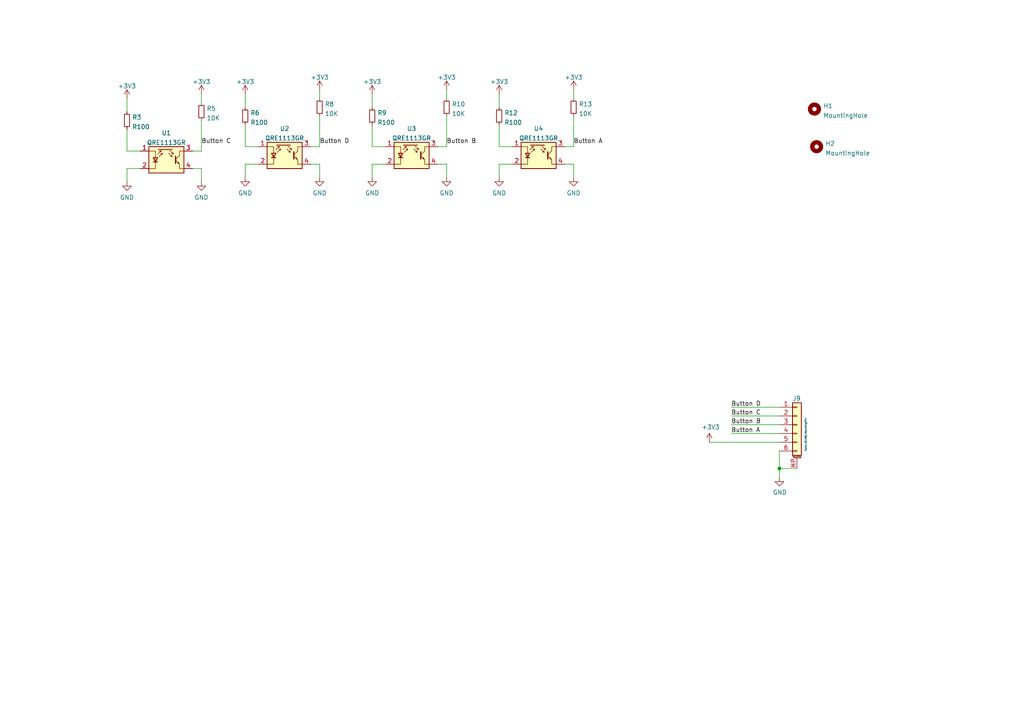
<source format=kicad_sch>
(kicad_sch (version 20211123) (generator eeschema)
  (paper "A4")
  (lib_symbols
    (symbol "Connector_Generic_MountingPin:Conn_01x06_MountingPin" (pin_names (offset 1.016) hide)
      (property "Reference" "J" (at 0 7.62 0))
      (property "Value" "Conn_01x06_MountingPin" (at 1.27 -10.16 0))
      (symbol "Conn_01x06_MountingPin_1_1"
        (rectangle (start -1.27 -7.493) (end 0 -7.747) (stroke (width 0.1524)))
        (rectangle (start -1.27 -4.953) (end 0 -5.207) (stroke (width 0.1524)))
        (rectangle (start -1.27 -2.413) (end 0 -2.667) (stroke (width 0.1524)))
        (rectangle (start -1.27 0.127) (end 0 -0.127) (stroke (width 0.1524)))
        (rectangle (start -1.27 2.667) (end 0 2.413) (stroke (width 0.1524)))
        (rectangle (start -1.27 5.207) (end 0 4.953) (stroke (width 0.1524)))
        (rectangle (start -1.27 6.35) (end 1.27 -8.89) (stroke (width 0.254)) (fill (type background)))
        (polyline (pts (xy -1.016 -9.652) (xy 1.016 -9.652)) (stroke (width 0.1524)))
        (text "Mounting" (at 0 -9.271 0) (effects (font (size 0.381 0.381))))
        (pin passive line (at -5.08 5.08 0) (length 3.81) (name "Pin_1") (number "1"))
        (pin passive line (at -5.08 2.54 0) (length 3.81) (name "Pin_2") (number "2"))
        (pin passive line (at -5.08 0 0) (length 3.81) (name "Pin_3") (number "3"))
        (pin passive line (at -5.08 -2.54 0) (length 3.81) (name "Pin_4") (number "4"))
        (pin passive line (at -5.08 -5.08 0) (length 3.81) (name "Pin_5") (number "5"))
        (pin passive line (at -5.08 -7.62 0) (length 3.81) (name "Pin_6") (number "6"))
        (pin passive line (at 0 -12.7 90) (length 3.048) (name "MountPin") (number "MP"))
      )
    )
    (symbol "Device:R_Small" (pin_numbers hide) (pin_names (offset 0.254) hide)
      (property "Reference" "R" (at 0.762 0.508 0))
      (property "Value" "R_Small" (at 0.762 -1.016 0))
      (symbol "R_Small_0_1"
        (rectangle (start -0.762 1.778) (end 0.762 -1.778) (stroke (width 0.2032)))
      )
      (symbol "R_Small_1_1"
        (pin passive line (at 0 2.54 270) (length 0.762) (name "~") (number "1"))
        (pin passive line (at 0 -2.54 90) (length 0.762) (name "~") (number "2"))
      )
    )
    (symbol "Mechanical:MountingHole" (pin_names (offset 1.016))
      (property "Reference" "H" (at 0 5.08 0))
      (property "Value" "MountingHole" (at 0 3.175 0))
      (symbol "MountingHole_0_1"
        (circle (center 0 0) (radius 1.27) (stroke (width 1.27)))
      )
    )
    (symbol "Sensor_Proximity:QRE1113" (pin_names (offset 0.0254) hide)
      (property "Reference" "U" (at -3.81 5.08 0))
      (property "Value" "QRE1113" (at 7.62 5.08 0))
      (symbol "QRE1113_0_1"
        (polyline (pts (xy -3.81 -0.635) (xy -2.54 -0.635)) (stroke (width 0.254)))
        (polyline (pts (xy -2.286 2.921) (xy -2.032 3.175)))
        (polyline (pts (xy -1.778 2.921) (xy -1.524 3.175)))
        (polyline (pts (xy -1.524 2.667) (xy -1.651 2.159)))
        (polyline (pts (xy -1.27 2.921) (xy -1.016 3.175)))
        (polyline (pts (xy -1.143 1.905) (xy -1.27 1.397)))
        (polyline (pts (xy -0.762 2.921) (xy -0.508 3.175)))
        (polyline (pts (xy -0.254 2.921) (xy 0 3.175)))
        (polyline (pts (xy 0.254 2.921) (xy 0.508 3.175)))
        (polyline (pts (xy 0.762 2.921) (xy 1.016 3.175)))
        (polyline (pts (xy 1.27 2.921) (xy 1.524 3.175)))
        (polyline (pts (xy 1.651 0.889) (xy 1.143 1.016)))
        (polyline (pts (xy 1.778 2.921) (xy -2.413 2.921)))
        (polyline (pts (xy 2.032 1.651) (xy 1.524 1.778)))
        (polyline (pts (xy 2.667 -0.127) (xy 3.81 -1.27)))
        (polyline (pts (xy 2.667 0.127) (xy 3.81 1.27)))
        (polyline (pts (xy -2.54 1.651) (xy -1.524 2.667) (xy -2.032 2.54)))
        (polyline (pts (xy -2.159 0.889) (xy -1.143 1.905) (xy -1.651 1.778)))
        (polyline (pts (xy 0.635 1.905) (xy 1.651 0.889) (xy 1.524 1.397)))
        (polyline (pts (xy 1.016 2.667) (xy 2.032 1.651) (xy 1.905 2.159)))
        (polyline (pts (xy 2.667 1.016) (xy 2.667 -1.016) (xy 2.667 -1.016)) (stroke (width 0.3556)))
        (polyline (pts (xy 3.81 -1.27) (xy 3.81 -2.54) (xy 5.08 -2.54)))
        (polyline (pts (xy 3.81 1.27) (xy 3.81 2.54) (xy 5.08 2.54)))
        (polyline (pts (xy -5.08 -2.54) (xy -3.175 -2.54) (xy -3.175 2.54) (xy -5.08 2.54)))
        (polyline (pts (xy -3.175 -0.635) (xy -3.81 0.635) (xy -2.54 0.635) (xy -3.175 -0.635)) (stroke (width 0.254)))
        (polyline (pts (xy 3.683 -1.143) (xy 3.429 -0.635) (xy 3.175 -0.889) (xy 3.683 -1.143)))
        (polyline (pts (xy -5.08 -3.81) (xy 5.08 -3.81) (xy 5.08 3.81) (xy -5.08 3.81) (xy -5.08 -3.81)) (stroke (width 0.254)) (fill (type background)))
      )
      (symbol "QRE1113_1_1"
        (pin passive line (at -7.62 2.54 0) (length 2.54) (name "A") (number "1"))
        (pin passive line (at -7.62 -2.54 0) (length 2.54) (name "K") (number "2"))
        (pin open_collector line (at 7.62 2.54 180) (length 2.54) (name "~") (number "3"))
        (pin open_emitter line (at 7.62 -2.54 180) (length 2.54) (name "~") (number "4"))
      )
    )
    (symbol "power:+3.3V" (power) (pin_names (offset 0))
      (property "Value" "+3.3V" (at 0 3.556 0))
      (symbol "+3.3V_0_1"
        (polyline (pts (xy -0.762 1.27) (xy 0 2.54)))
        (polyline (pts (xy 0 0) (xy 0 2.54)))
        (polyline (pts (xy 0 2.54) (xy 0.762 1.27)))
      )
      (symbol "+3.3V_1_1"
        (pin power_in line (at 0 0 90) (length 0) hide (name "+3V3") (number "1"))
      )
    )
    (symbol "power:GND" (power) (pin_names (offset 0))
      (property "Value" "GND" (at 0 -3.81 0))
      (symbol "GND_0_1"
        (polyline (pts (xy 0 0) (xy 0 -1.27) (xy 1.27 -1.27) (xy 0 -2.54) (xy -1.27 -1.27) (xy 0 -1.27)))
      )
      (symbol "GND_1_1"
        (pin power_in line (at 0 0 270) (length 0) hide (name "GND") (number "1"))
      )
    )
  )
  (junction (at 226.06 135.89))
  (wire (pts (xy 212.09 120.65) (xy 226.06 120.65)))
  (wire (pts (xy 71.12 36.195) (xy 71.12 42.545)))
  (wire (pts (xy 212.09 125.73) (xy 226.06 125.73)))
  (wire (pts (xy 58.42 48.895) (xy 58.42 52.705)))
  (wire (pts (xy 144.78 42.545) (xy 148.59 42.545)))
  (wire (pts (xy 166.37 33.655) (xy 166.37 42.545)))
  (wire (pts (xy 71.12 42.545) (xy 74.93 42.545)))
  (wire (pts (xy 129.54 47.625) (xy 129.54 51.435)))
  (wire (pts (xy 107.95 36.195) (xy 107.95 42.545)))
  (wire (pts (xy 58.42 34.925) (xy 58.42 43.815)))
  (wire (pts (xy 144.78 36.195) (xy 144.78 42.545)))
  (wire (pts (xy 58.42 27.305) (xy 58.42 29.845)))
  (wire (pts (xy 144.78 47.625) (xy 144.78 51.435)))
  (wire (pts (xy 226.06 135.89) (xy 226.06 138.43)))
  (wire (pts (xy 205.74 128.27) (xy 226.06 128.27)))
  (wire (pts (xy 40.64 48.895) (xy 36.83 48.895)))
  (wire (pts (xy 127 47.625) (xy 129.54 47.625)))
  (wire (pts (xy 212.09 123.19) (xy 226.06 123.19)))
  (wire (pts (xy 107.95 27.305) (xy 107.95 31.115)))
  (wire (pts (xy 90.17 47.625) (xy 92.71 47.625)))
  (wire (pts (xy 166.37 26.035) (xy 166.37 28.575)))
  (wire (pts (xy 36.83 28.575) (xy 36.83 32.385)))
  (wire (pts (xy 36.83 48.895) (xy 36.83 52.705)))
  (wire (pts (xy 111.76 47.625) (xy 107.95 47.625)))
  (wire (pts (xy 148.59 47.625) (xy 144.78 47.625)))
  (wire (pts (xy 212.09 118.11) (xy 226.06 118.11)))
  (wire (pts (xy 92.71 26.035) (xy 92.71 28.575)))
  (wire (pts (xy 36.83 37.465) (xy 36.83 43.815)))
  (wire (pts (xy 71.12 47.625) (xy 71.12 51.435)))
  (wire (pts (xy 90.17 42.545) (xy 92.71 42.545)))
  (wire (pts (xy 55.88 43.815) (xy 58.42 43.815)))
  (wire (pts (xy 129.54 26.035) (xy 129.54 28.575)))
  (wire (pts (xy 107.95 47.625) (xy 107.95 51.435)))
  (wire (pts (xy 144.78 27.305) (xy 144.78 31.115)))
  (wire (pts (xy 163.83 47.625) (xy 166.37 47.625)))
  (wire (pts (xy 55.88 48.895) (xy 58.42 48.895)))
  (wire (pts (xy 74.93 47.625) (xy 71.12 47.625)))
  (wire (pts (xy 226.06 135.89) (xy 231.14 135.89)))
  (wire (pts (xy 107.95 42.545) (xy 111.76 42.545)))
  (wire (pts (xy 129.54 33.655) (xy 129.54 42.545)))
  (wire (pts (xy 92.71 33.655) (xy 92.71 42.545)))
  (wire (pts (xy 226.06 130.81) (xy 226.06 135.89)))
  (wire (pts (xy 36.83 43.815) (xy 40.64 43.815)))
  (wire (pts (xy 163.83 42.545) (xy 166.37 42.545)))
  (wire (pts (xy 127 42.545) (xy 129.54 42.545)))
  (wire (pts (xy 92.71 47.625) (xy 92.71 51.435)))
  (wire (pts (xy 166.37 47.625) (xy 166.37 51.435)))
  (wire (pts (xy 71.12 27.305) (xy 71.12 31.115)))
  (label "Button C" (at 58.42 41.91 0))
  (label "Button B" (at 129.54 41.91 0))
  (label "Button A" (at 166.37 41.91 0))
  (label "Button C" (at 212.09 120.65 0))
  (label "Button B" (at 212.09 123.19 0))
  (label "Button D" (at 92.71 41.91 0))
  (label "Button D" (at 212.09 118.11 0))
  (label "Button A" (at 212.09 125.73 0))
  (symbol (lib_id "Device:R_Small") (at 129.54 31.115 0) (unit 1)
    (property "Reference" "R10" (at 131.0387 30.2065 0) (effects (justify left)))
    (property "Value" "10K" (at 131.0387 32.9816 0) (effects (justify left)))
    (property "Footprint" "Resistor_SMD:R_0603_1608Metric" (effects hide))
  )
  (symbol (lib_id "power:+3.3V") (at 36.83 28.575 0) (unit 1)
    (property "Reference" "#PWR04" (effects hide))
    (property "Value" "+3.3V" (at 36.83 24.9704 0))
  )
  (symbol (lib_id "Sensor_Proximity:QRE1113") (at 119.38 45.085 0) (unit 1)
    (property "Reference" "U3" (at 119.38 37.3084 0))
    (property "Value" "QRE1113GR" (at 119.38 40.0835 0))
    (property "Footprint" "OptoDevice:OnSemi_CASE100CY" (effects hide))
    (property "Datasheet" "http://www.onsemi.com/pub/Collateral/QRE1113-D.PDF" (effects hide))
  )
  (symbol (lib_id "power:+3.3V") (at 129.54 26.035 0) (unit 1)
    (property "Reference" "#PWR031" (effects hide))
    (property "Value" "+3.3V" (at 129.54 22.4304 0))
  )
  (symbol (lib_id "Device:R_Small") (at 58.42 32.385 0) (unit 1)
    (property "Reference" "R5" (at 59.9187 31.4765 0) (effects (justify left)))
    (property "Value" "10K" (at 59.9187 34.2516 0) (effects (justify left)))
    (property "Footprint" "Resistor_SMD:R_0603_1608Metric" (effects hide))
  )
  (symbol (lib_id "Mechanical:MountingHole") (at 236.228 31.6294 0) (unit 1)
    (property "Reference" "H1" (at 238.768 30.7209 0) (effects (justify left)))
    (property "Value" "MountingHole" (at 238.768 33.496 0) (effects (justify left)))
    (property "Footprint" "MountingHole:MountingHole_3.2mm_M3_ISO14580" (effects hide))
  )
  (symbol (lib_id "Sensor_Proximity:QRE1113") (at 82.55 45.085 0) (unit 1)
    (property "Reference" "U2" (at 82.55 37.3084 0))
    (property "Value" "QRE1113GR" (at 82.55 40.0835 0))
    (property "Footprint" "OptoDevice:OnSemi_CASE100CY" (effects hide))
    (property "Datasheet" "http://www.onsemi.com/pub/Collateral/QRE1113-D.PDF" (effects hide))
  )
  (symbol (lib_id "Mechanical:MountingHole") (at 236.855 42.545 0) (unit 1)
    (property "Reference" "H2" (at 239.395 41.6365 0) (effects (justify left)))
    (property "Value" "MountingHole" (at 239.395 44.4116 0) (effects (justify left)))
    (property "Footprint" "MountingHole:MountingHole_3.2mm_M3_ISO14580" (effects hide))
  )
  (symbol (lib_id "power:+3.3V") (at 107.95 27.305 0) (unit 1)
    (property "Reference" "#PWR025" (effects hide))
    (property "Value" "+3.3V" (at 107.95 23.7004 0))
  )
  (symbol (lib_id "Device:R_Small") (at 71.12 33.655 0) (unit 1)
    (property "Reference" "R6" (at 72.6187 32.7465 0) (effects (justify left)))
    (property "Value" "R100" (at 72.6187 35.5216 0) (effects (justify left)))
    (property "Footprint" "Resistor_SMD:R_0603_1608Metric" (effects hide))
  )
  (symbol (lib_id "Device:R_Small") (at 92.71 31.115 0) (unit 1)
    (property "Reference" "R8" (at 94.2087 30.2065 0) (effects (justify left)))
    (property "Value" "10K" (at 94.2087 32.9816 0) (effects (justify left)))
    (property "Footprint" "Resistor_SMD:R_0603_1608Metric" (effects hide))
  )
  (symbol (lib_id "power:+3.3V") (at 71.12 27.305 0) (unit 1)
    (property "Reference" "#PWR015" (effects hide))
    (property "Value" "+3.3V" (at 71.12 23.7004 0))
  )
  (symbol (lib_id "power:GND") (at 107.95 51.435 0) (unit 1)
    (property "Reference" "#PWR026" (effects hide))
    (property "Value" "GND" (at 107.95 55.9976 0))
  )
  (symbol (lib_id "power:GND") (at 71.12 51.435 0) (unit 1)
    (property "Reference" "#PWR016" (effects hide))
    (property "Value" "GND" (at 71.12 55.9976 0))
  )
  (symbol (lib_id "Connector_Generic_MountingPin:Conn_01x06_MountingPin") (at 231.14 123.19 0) (unit 1)
    (property "Reference" "J9" (at 229.87 115.57 0) (effects (justify left)))
    (property "Value" "Conn_01x06_MountingPin" (at 233.68 130.81 90) (effects (font (size 0.5 0.5)) (justify left)))
    (property "Footprint" "Connector_FFC-FPC:TE_84952-6_1x06-1MP_P1.0mm_Horizontal" (effects hide))
  )
  (symbol (lib_id "power:+3.3V") (at 166.37 26.035 0) (unit 1)
    (property "Reference" "#PWR040" (effects hide))
    (property "Value" "+3.3V" (at 166.37 22.4304 0))
  )
  (symbol (lib_id "Device:R_Small") (at 166.37 31.115 0) (unit 1)
    (property "Reference" "R13" (at 167.8687 30.2065 0) (effects (justify left)))
    (property "Value" "10K" (at 167.8687 32.9816 0) (effects (justify left)))
    (property "Footprint" "Resistor_SMD:R_0603_1608Metric" (effects hide))
  )
  (symbol (lib_id "Device:R_Small") (at 144.78 33.655 0) (unit 1)
    (property "Reference" "R12" (at 146.2787 32.7465 0) (effects (justify left)))
    (property "Value" "R100" (at 146.2787 35.5216 0) (effects (justify left)))
    (property "Footprint" "Resistor_SMD:R_0603_1608Metric" (effects hide))
  )
  (symbol (lib_id "Sensor_Proximity:QRE1113") (at 156.21 45.085 0) (unit 1)
    (property "Reference" "U4" (at 156.21 37.3084 0))
    (property "Value" "QRE1113GR" (at 156.21 40.0835 0))
    (property "Footprint" "OptoDevice:OnSemi_CASE100CY" (effects hide))
    (property "Datasheet" "http://www.onsemi.com/pub/Collateral/QRE1113-D.PDF" (effects hide))
  )
  (symbol (lib_id "power:+3.3V") (at 205.74 128.27 0) (unit 1)
    (property "Reference" "#PWR044" (effects hide))
    (property "Value" "+3.3V" (at 206.121 123.8758 0))
  )
  (symbol (lib_id "Device:R_Small") (at 107.95 33.655 0) (unit 1)
    (property "Reference" "R9" (at 109.4487 32.7465 0) (effects (justify left)))
    (property "Value" "R100" (at 109.4487 35.5216 0) (effects (justify left)))
    (property "Footprint" "Resistor_SMD:R_0603_1608Metric" (effects hide))
  )
  (symbol (lib_id "power:GND") (at 92.71 51.435 0) (unit 1)
    (property "Reference" "#PWR024" (effects hide))
    (property "Value" "GND" (at 92.71 55.9976 0))
  )
  (symbol (lib_id "power:+3.3V") (at 58.42 27.305 0) (unit 1)
    (property "Reference" "#PWR012" (effects hide))
    (property "Value" "+3.3V" (at 58.42 23.7004 0))
  )
  (symbol (lib_id "power:GND") (at 144.78 51.435 0) (unit 1)
    (property "Reference" "#PWR035" (effects hide))
    (property "Value" "GND" (at 144.78 55.9976 0))
  )
  (symbol (lib_id "power:GND") (at 129.54 51.435 0) (unit 1)
    (property "Reference" "#PWR032" (effects hide))
    (property "Value" "GND" (at 129.54 55.9976 0))
  )
  (symbol (lib_id "power:+3.3V") (at 92.71 26.035 0) (unit 1)
    (property "Reference" "#PWR023" (effects hide))
    (property "Value" "+3.3V" (at 92.71 22.4304 0))
  )
  (symbol (lib_id "power:GND") (at 58.42 52.705 0) (unit 1)
    (property "Reference" "#PWR013" (effects hide))
    (property "Value" "GND" (at 58.42 57.2676 0))
  )
  (symbol (lib_id "power:GND") (at 36.83 52.705 0) (unit 1)
    (property "Reference" "#PWR05" (effects hide))
    (property "Value" "GND" (at 36.83 57.2676 0))
  )
  (symbol (lib_id "power:+3.3V") (at 144.78 27.305 0) (unit 1)
    (property "Reference" "#PWR034" (effects hide))
    (property "Value" "+3.3V" (at 144.78 23.7004 0))
  )
  (symbol (lib_id "Sensor_Proximity:QRE1113") (at 48.26 46.355 0) (unit 1)
    (property "Reference" "U1" (at 48.26 38.5784 0))
    (property "Value" "QRE1113GR" (at 48.26 41.3535 0))
    (property "Footprint" "OptoDevice:OnSemi_CASE100CY" (effects hide))
    (property "Datasheet" "http://www.onsemi.com/pub/Collateral/QRE1113-D.PDF" (effects hide))
  )
  (symbol (lib_id "power:GND") (at 166.37 51.435 0) (unit 1)
    (property "Reference" "#PWR041" (effects hide))
    (property "Value" "GND" (at 166.37 55.9976 0))
  )
  (symbol (lib_id "power:GND") (at 226.06 138.43 0) (unit 1)
    (property "Reference" "#PWR045" (effects hide))
    (property "Value" "GND" (at 226.187 142.8242 0))
  )
  (symbol (lib_id "Device:R_Small") (at 36.83 34.925 0) (unit 1)
    (property "Reference" "R3" (at 38.3287 34.0165 0) (effects (justify left)))
    (property "Value" "R100" (at 38.3287 36.7916 0) (effects (justify left)))
    (property "Footprint" "Resistor_SMD:R_0603_1608Metric" (effects hide))
  )
)
</source>
